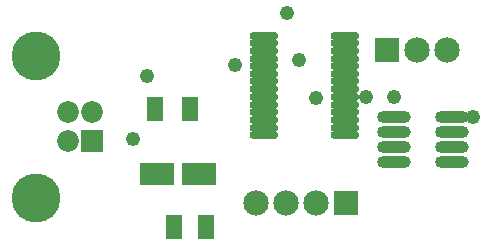
<source format=gts>
G04 Layer_Color=8388736*
%FSLAX42Y42*%
%MOMM*%
G71*
G01*
G75*
%ADD24O,2.44X0.69*%
%ADD25R,2.94X1.94*%
%ADD26O,2.84X1.04*%
%ADD27R,1.44X2.04*%
%ADD28R,1.34X2.04*%
%ADD29C,1.84*%
%ADD30C,2.14*%
%ADD31R,2.14X2.14*%
%ADD32C,4.14*%
%ADD33R,1.84X1.84*%
%ADD34C,1.24*%
D24*
X6405Y7857D02*
D03*
Y7922D02*
D03*
X7095Y7078D02*
D03*
Y7143D02*
D03*
Y7207D02*
D03*
Y7273D02*
D03*
Y7338D02*
D03*
Y7403D02*
D03*
Y7467D02*
D03*
Y7533D02*
D03*
Y7598D02*
D03*
Y7662D02*
D03*
Y7727D02*
D03*
Y7793D02*
D03*
Y7857D02*
D03*
Y7922D02*
D03*
X6405Y7078D02*
D03*
Y7143D02*
D03*
Y7207D02*
D03*
Y7273D02*
D03*
Y7338D02*
D03*
Y7403D02*
D03*
Y7467D02*
D03*
Y7533D02*
D03*
Y7598D02*
D03*
Y7662D02*
D03*
Y7727D02*
D03*
Y7793D02*
D03*
D25*
X5500Y6750D02*
D03*
X5860D02*
D03*
D26*
X8000Y6977D02*
D03*
Y7104D02*
D03*
Y6850D02*
D03*
Y7231D02*
D03*
X7510Y6850D02*
D03*
Y6977D02*
D03*
Y7104D02*
D03*
Y7231D02*
D03*
D27*
X5915Y6300D02*
D03*
X5645D02*
D03*
D28*
X5485Y7300D02*
D03*
X5785D02*
D03*
D29*
X4950Y7275D02*
D03*
X4750D02*
D03*
Y7025D02*
D03*
D30*
X7704Y7800D02*
D03*
X7958D02*
D03*
X6338Y6500D02*
D03*
X6846D02*
D03*
X6592D02*
D03*
D31*
X7450Y7800D02*
D03*
X7100Y6500D02*
D03*
D32*
X4479Y6548D02*
D03*
Y7752D02*
D03*
D33*
X4950Y7025D02*
D03*
D34*
X5420Y7580D02*
D03*
X6160Y7670D02*
D03*
X6600Y8110D02*
D03*
X7510Y7400D02*
D03*
X7270D02*
D03*
X6850Y7390D02*
D03*
X5300Y7050D02*
D03*
X8179Y7231D02*
D03*
X6708Y7719D02*
D03*
M02*

</source>
